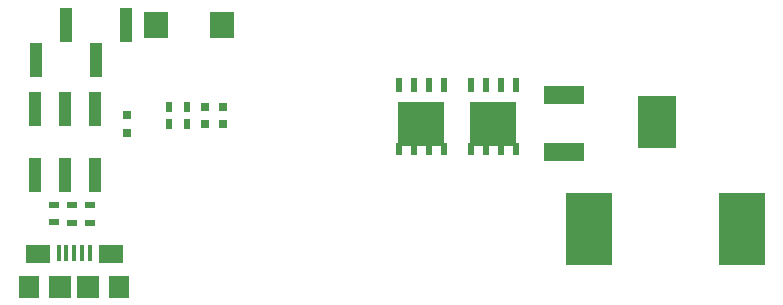
<source format=gbp>
G04 #@! TF.FileFunction,Paste,Bot*
%FSLAX46Y46*%
G04 Gerber Fmt 4.6, Leading zero omitted, Abs format (unit mm)*
G04 Created by KiCad (PCBNEW 4.0.6-e0-6349~53~ubuntu16.04.1) date Sun Jul  9 20:30:41 2017*
%MOMM*%
%LPD*%
G01*
G04 APERTURE LIST*
%ADD10C,0.100000*%
%ADD11R,3.500000X1.600000*%
%ADD12R,0.610000X1.270000*%
%ADD13R,0.610000X1.020000*%
%ADD14R,3.910000X3.810000*%
%ADD15R,0.750000X0.800000*%
%ADD16R,0.800000X0.800000*%
%ADD17R,0.500000X0.900000*%
%ADD18R,0.900000X0.500000*%
%ADD19R,2.000000X2.200000*%
%ADD20R,1.000000X3.000000*%
%ADD21R,3.300000X4.400000*%
%ADD22R,3.900000X6.200000*%
%ADD23R,0.400000X1.350000*%
%ADD24R,2.100000X1.600000*%
%ADD25R,1.800000X1.900000*%
%ADD26R,1.900000X1.900000*%
G04 APERTURE END LIST*
D10*
D11*
X155194000Y-95150000D03*
X155194000Y-90270000D03*
D12*
X147320000Y-89408000D03*
X148590000Y-89408000D03*
X149860000Y-89408000D03*
X151130000Y-89408000D03*
D13*
X151130000Y-94873000D03*
X149860000Y-94873000D03*
X148590000Y-94873000D03*
X147320000Y-94873000D03*
D14*
X149225000Y-92768000D03*
D12*
X141224000Y-89408000D03*
X142494000Y-89408000D03*
X143764000Y-89408000D03*
X145034000Y-89408000D03*
D13*
X145034000Y-94873000D03*
X143764000Y-94873000D03*
X142494000Y-94873000D03*
X141224000Y-94873000D03*
D14*
X143129000Y-92768000D03*
D15*
X118250000Y-92000000D03*
X118250000Y-93500000D03*
D16*
X126388000Y-92750000D03*
X124788000Y-92750000D03*
X126388000Y-91264268D03*
X124788000Y-91264268D03*
D17*
X123290000Y-92750000D03*
X121790000Y-92750000D03*
D18*
X112010000Y-101068000D03*
X112010000Y-99568000D03*
X115058000Y-99583010D03*
X115058000Y-101083010D03*
X113534000Y-99583010D03*
X113534000Y-101083010D03*
D19*
X126244000Y-84328000D03*
X120644000Y-84328000D03*
D17*
X123290000Y-91264268D03*
X121790000Y-91264268D03*
D20*
X110460000Y-91480000D03*
X110460000Y-97020000D03*
X113000000Y-91480000D03*
X113000000Y-97020000D03*
X115540000Y-91480000D03*
X115540000Y-97020000D03*
X113030000Y-84352000D03*
X118110000Y-84352000D03*
X110490000Y-87352000D03*
X115570000Y-87352000D03*
D21*
X163130000Y-92610000D03*
D22*
X170280000Y-101610000D03*
X157380000Y-101610000D03*
D23*
X115050000Y-103625000D03*
X114400000Y-103625000D03*
X113750000Y-103625000D03*
X113100000Y-103625000D03*
X112450000Y-103625000D03*
D24*
X116850000Y-103750000D03*
X110650000Y-103750000D03*
D25*
X117550000Y-106500000D03*
X109950000Y-106500000D03*
D26*
X114950000Y-106500000D03*
X112550000Y-106500000D03*
M02*

</source>
